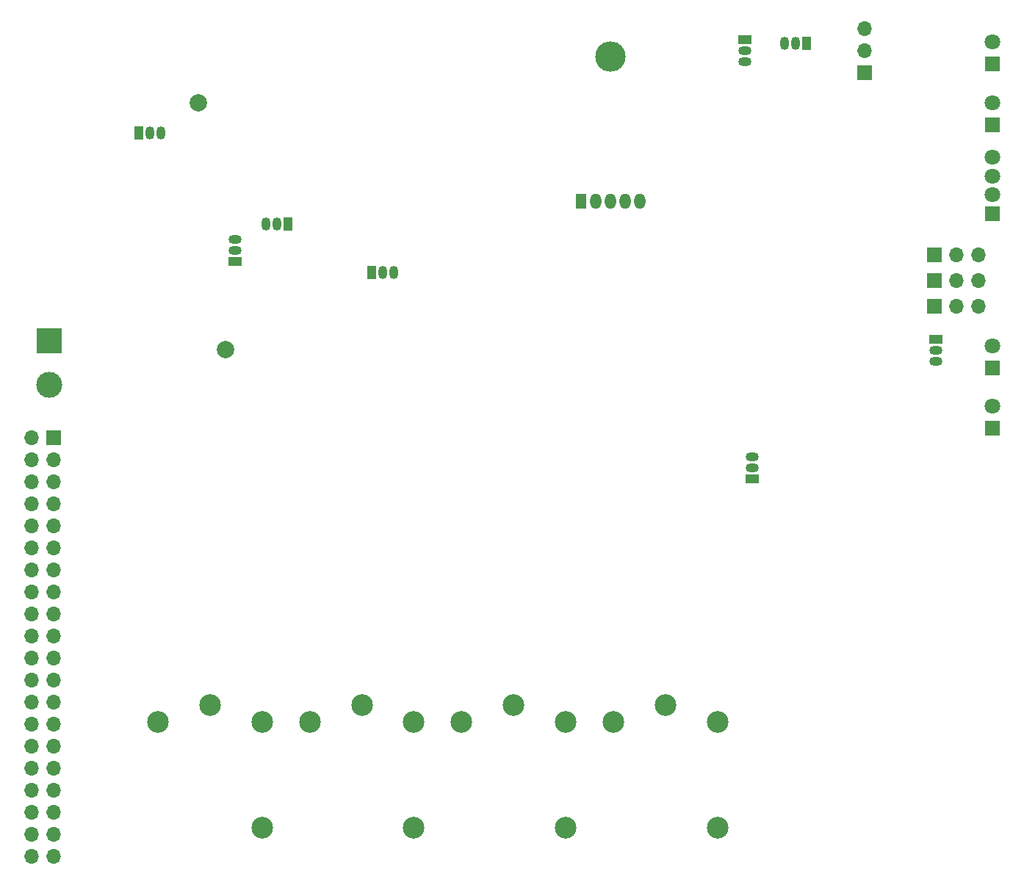
<source format=gbr>
%TF.GenerationSoftware,KiCad,Pcbnew,(5.99.0-9544-g366189b864)*%
%TF.CreationDate,2021-03-03T05:16:54+01:00*%
%TF.ProjectId,PowerBoard 1,506f7765-7242-46f6-9172-6420312e6b69,rev?*%
%TF.SameCoordinates,Original*%
%TF.FileFunction,Soldermask,Bot*%
%TF.FilePolarity,Negative*%
%FSLAX46Y46*%
G04 Gerber Fmt 4.6, Leading zero omitted, Abs format (unit mm)*
G04 Created by KiCad (PCBNEW (5.99.0-9544-g366189b864)) date 2021-03-03 05:16:54*
%MOMM*%
%LPD*%
G01*
G04 APERTURE LIST*
%ADD10R,1.700000X1.700000*%
%ADD11O,1.700000X1.700000*%
%ADD12C,2.500000*%
%ADD13R,1.800000X1.800000*%
%ADD14C,1.800000*%
%ADD15R,1.500000X1.050000*%
%ADD16O,1.500000X1.050000*%
%ADD17R,1.050000X1.500000*%
%ADD18O,1.050000X1.500000*%
%ADD19C,2.000000*%
%ADD20R,3.000000X3.000000*%
%ADD21C,3.000000*%
%ADD22O,3.500000X3.500000*%
%ADD23R,1.275000X1.800000*%
%ADD24O,1.275000X1.800000*%
G04 APERTURE END LIST*
D10*
%TO.C,J1*%
X162000000Y-49500000D03*
D11*
X164540000Y-49500000D03*
X167080000Y-49500000D03*
%TD*%
D12*
%TO.C,RL4*%
X119500000Y-97400000D03*
X107500000Y-97400000D03*
X113500000Y-95400000D03*
X119500000Y-109600000D03*
%TD*%
D13*
%TO.C,D5*%
X168650000Y-28550000D03*
D14*
X168650000Y-26010000D03*
%TD*%
D15*
%TO.C,U8*%
X140127500Y-18730000D03*
D16*
X140127500Y-20000000D03*
X140127500Y-21270000D03*
%TD*%
D13*
%TO.C,D6*%
X168650000Y-56550000D03*
D14*
X168650000Y-54010000D03*
%TD*%
D10*
%TO.C,J3*%
X162000000Y-43500000D03*
D11*
X164540000Y-43500000D03*
X167080000Y-43500000D03*
%TD*%
D13*
%TO.C,D4*%
X168650000Y-63550000D03*
D14*
X168650000Y-61010000D03*
%TD*%
D12*
%TO.C,RL3*%
X102000000Y-97400000D03*
X90000000Y-97400000D03*
X96000000Y-95400000D03*
X102000000Y-109600000D03*
%TD*%
D17*
%TO.C,Q1*%
X70300000Y-29447500D03*
D18*
X71570000Y-29447500D03*
X72840000Y-29447500D03*
%TD*%
D15*
%TO.C,Q7*%
X162150000Y-53280000D03*
D16*
X162150000Y-54550000D03*
X162150000Y-55820000D03*
%TD*%
D15*
%TO.C,U9*%
X81372500Y-44270000D03*
D16*
X81372500Y-43000000D03*
X81372500Y-41730000D03*
%TD*%
D19*
%TO.C,U5*%
X77150000Y-26050000D03*
%TD*%
D12*
%TO.C,RL1*%
X84500000Y-97400000D03*
X72500000Y-97400000D03*
X78500000Y-95400000D03*
X84500000Y-109600000D03*
%TD*%
D13*
%TO.C,D2*%
X168650000Y-38790000D03*
D14*
X168650000Y-36631000D03*
X168650000Y-34472000D03*
X168650000Y-32313000D03*
%TD*%
D17*
%TO.C,U10*%
X87500000Y-40000000D03*
D18*
X86230000Y-40000000D03*
X84960000Y-40000000D03*
%TD*%
D10*
%TO.C,J6*%
X60500000Y-64640000D03*
D11*
X57960000Y-64640000D03*
X60500000Y-67180000D03*
X57960000Y-67180000D03*
X60500000Y-69720000D03*
X57960000Y-69720000D03*
X60500000Y-72260000D03*
X57960000Y-72260000D03*
X60500000Y-74800000D03*
X57960000Y-74800000D03*
X60500000Y-77340000D03*
X57960000Y-77340000D03*
X60500000Y-79880000D03*
X57960000Y-79880000D03*
X60500000Y-82420000D03*
X57960000Y-82420000D03*
X60500000Y-84960000D03*
X57960000Y-84960000D03*
X60500000Y-87500000D03*
X57960000Y-87500000D03*
X60500000Y-90040000D03*
X57960000Y-90040000D03*
X60500000Y-92580000D03*
X57960000Y-92580000D03*
X60500000Y-95120000D03*
X57960000Y-95120000D03*
X60500000Y-97660000D03*
X57960000Y-97660000D03*
X60500000Y-100200000D03*
X57960000Y-100200000D03*
X60500000Y-102740000D03*
X57960000Y-102740000D03*
X60500000Y-105280000D03*
X57960000Y-105280000D03*
X60500000Y-107820000D03*
X57960000Y-107820000D03*
X60500000Y-110360000D03*
X57960000Y-110360000D03*
X60500000Y-112900000D03*
X57960000Y-112900000D03*
%TD*%
D15*
%TO.C,U16*%
X141022500Y-69320000D03*
D16*
X141022500Y-68050000D03*
X141022500Y-66780000D03*
%TD*%
D19*
%TO.C,U3*%
X80307500Y-54500000D03*
%TD*%
D13*
%TO.C,D3*%
X168650000Y-21550000D03*
D14*
X168650000Y-19010000D03*
%TD*%
D12*
%TO.C,RL2*%
X137000000Y-97400000D03*
X125000000Y-97400000D03*
X131000000Y-95400000D03*
X137000000Y-109600000D03*
%TD*%
D20*
%TO.C,J5*%
X60000000Y-53460000D03*
D21*
X60000000Y-58540000D03*
%TD*%
D10*
%TO.C,J2*%
X162000000Y-46500000D03*
D11*
X164540000Y-46500000D03*
X167080000Y-46500000D03*
%TD*%
D17*
%TO.C,Q6*%
X97110000Y-45550000D03*
D18*
X98380000Y-45550000D03*
X99650000Y-45550000D03*
%TD*%
D17*
%TO.C,U7*%
X147270000Y-19177500D03*
D18*
X146000000Y-19177500D03*
X144730000Y-19177500D03*
%TD*%
D10*
%TO.C,J4*%
X153975000Y-22500000D03*
D11*
X153975000Y-19960000D03*
X153975000Y-17420000D03*
%TD*%
D22*
%TO.C,U14*%
X124650000Y-20670000D03*
D23*
X121250000Y-37330000D03*
D24*
X122950000Y-37330000D03*
X124650000Y-37330000D03*
X126350000Y-37330000D03*
X128050000Y-37330000D03*
%TD*%
M02*

</source>
